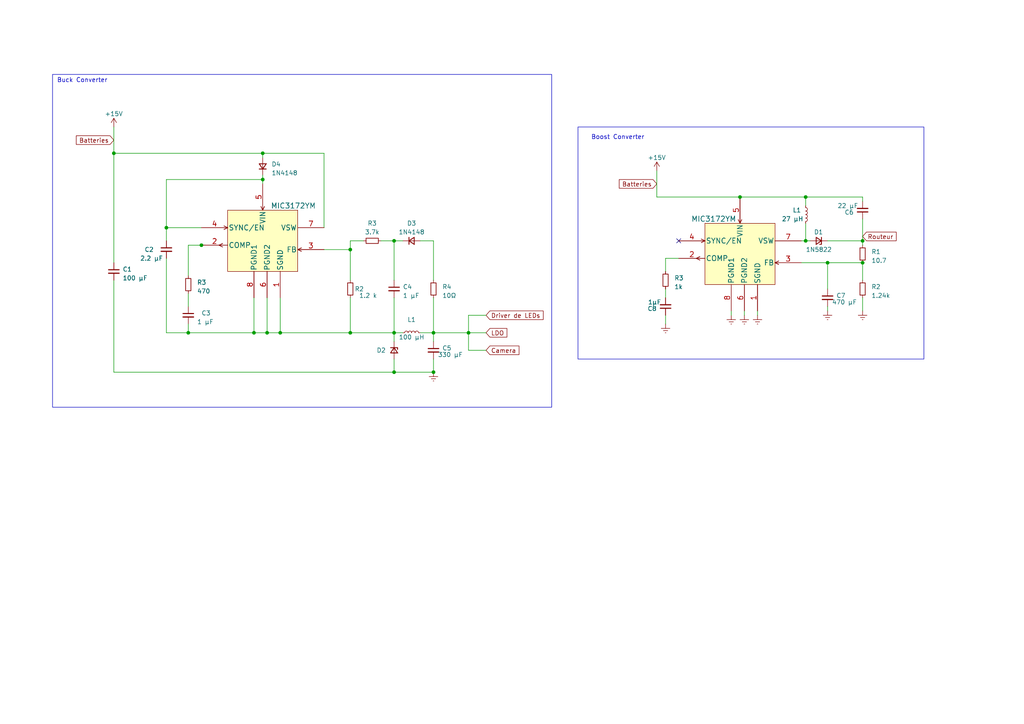
<source format=kicad_sch>
(kicad_sch (version 20230121) (generator eeschema)

  (uuid 9ea535e2-254b-400e-a1b3-21cc38003798)

  (paper "A4")

  (title_block
    (title "alimentation")
  )

  (lib_symbols
    (symbol "Device:C_Small" (pin_numbers hide) (pin_names (offset 0.254) hide) (in_bom yes) (on_board yes)
      (property "Reference" "C" (at 0.254 1.778 0)
        (effects (font (size 1.27 1.27)) (justify left))
      )
      (property "Value" "C_Small" (at 0.254 -2.032 0)
        (effects (font (size 1.27 1.27)) (justify left))
      )
      (property "Footprint" "" (at 0 0 0)
        (effects (font (size 1.27 1.27)) hide)
      )
      (property "Datasheet" "~" (at 0 0 0)
        (effects (font (size 1.27 1.27)) hide)
      )
      (property "ki_keywords" "capacitor cap" (at 0 0 0)
        (effects (font (size 1.27 1.27)) hide)
      )
      (property "ki_description" "Unpolarized capacitor, small symbol" (at 0 0 0)
        (effects (font (size 1.27 1.27)) hide)
      )
      (property "ki_fp_filters" "C_*" (at 0 0 0)
        (effects (font (size 1.27 1.27)) hide)
      )
      (symbol "C_Small_0_1"
        (polyline
          (pts
            (xy -1.524 -0.508)
            (xy 1.524 -0.508)
          )
          (stroke (width 0.3302) (type default))
          (fill (type none))
        )
        (polyline
          (pts
            (xy -1.524 0.508)
            (xy 1.524 0.508)
          )
          (stroke (width 0.3048) (type default))
          (fill (type none))
        )
      )
      (symbol "C_Small_1_1"
        (pin passive line (at 0 2.54 270) (length 2.032)
          (name "~" (effects (font (size 1.27 1.27))))
          (number "1" (effects (font (size 1.27 1.27))))
        )
        (pin passive line (at 0 -2.54 90) (length 2.032)
          (name "~" (effects (font (size 1.27 1.27))))
          (number "2" (effects (font (size 1.27 1.27))))
        )
      )
    )
    (symbol "Device:D_Small" (pin_numbers hide) (pin_names (offset 0.254) hide) (in_bom yes) (on_board yes)
      (property "Reference" "D" (at -1.27 2.032 0)
        (effects (font (size 1.27 1.27)) (justify left))
      )
      (property "Value" "D_Small" (at -3.81 -2.032 0)
        (effects (font (size 1.27 1.27)) (justify left))
      )
      (property "Footprint" "" (at 0 0 90)
        (effects (font (size 1.27 1.27)) hide)
      )
      (property "Datasheet" "~" (at 0 0 90)
        (effects (font (size 1.27 1.27)) hide)
      )
      (property "Sim.Device" "D" (at 0 0 0)
        (effects (font (size 1.27 1.27)) hide)
      )
      (property "Sim.Pins" "1=K 2=A" (at 0 0 0)
        (effects (font (size 1.27 1.27)) hide)
      )
      (property "ki_keywords" "diode" (at 0 0 0)
        (effects (font (size 1.27 1.27)) hide)
      )
      (property "ki_description" "Diode, small symbol" (at 0 0 0)
        (effects (font (size 1.27 1.27)) hide)
      )
      (property "ki_fp_filters" "TO-???* *_Diode_* *SingleDiode* D_*" (at 0 0 0)
        (effects (font (size 1.27 1.27)) hide)
      )
      (symbol "D_Small_0_1"
        (polyline
          (pts
            (xy -0.762 -1.016)
            (xy -0.762 1.016)
          )
          (stroke (width 0.254) (type default))
          (fill (type none))
        )
        (polyline
          (pts
            (xy -0.762 0)
            (xy 0.762 0)
          )
          (stroke (width 0) (type default))
          (fill (type none))
        )
        (polyline
          (pts
            (xy 0.762 -1.016)
            (xy -0.762 0)
            (xy 0.762 1.016)
            (xy 0.762 -1.016)
          )
          (stroke (width 0.254) (type default))
          (fill (type none))
        )
      )
      (symbol "D_Small_1_1"
        (pin passive line (at -2.54 0 0) (length 1.778)
          (name "K" (effects (font (size 1.27 1.27))))
          (number "1" (effects (font (size 1.27 1.27))))
        )
        (pin passive line (at 2.54 0 180) (length 1.778)
          (name "A" (effects (font (size 1.27 1.27))))
          (number "2" (effects (font (size 1.27 1.27))))
        )
      )
    )
    (symbol "Device:D_Zener_Small" (pin_numbers hide) (pin_names (offset 0.254) hide) (in_bom yes) (on_board yes)
      (property "Reference" "D" (at 0 2.286 0)
        (effects (font (size 1.27 1.27)))
      )
      (property "Value" "D_Zener_Small" (at 0 -2.286 0)
        (effects (font (size 1.27 1.27)))
      )
      (property "Footprint" "" (at 0 0 90)
        (effects (font (size 1.27 1.27)) hide)
      )
      (property "Datasheet" "~" (at 0 0 90)
        (effects (font (size 1.27 1.27)) hide)
      )
      (property "ki_keywords" "diode" (at 0 0 0)
        (effects (font (size 1.27 1.27)) hide)
      )
      (property "ki_description" "Zener diode, small symbol" (at 0 0 0)
        (effects (font (size 1.27 1.27)) hide)
      )
      (property "ki_fp_filters" "TO-???* *_Diode_* *SingleDiode* D_*" (at 0 0 0)
        (effects (font (size 1.27 1.27)) hide)
      )
      (symbol "D_Zener_Small_0_1"
        (polyline
          (pts
            (xy 0.762 0)
            (xy -0.762 0)
          )
          (stroke (width 0) (type default))
          (fill (type none))
        )
        (polyline
          (pts
            (xy -0.254 1.016)
            (xy -0.762 1.016)
            (xy -0.762 -1.016)
          )
          (stroke (width 0.254) (type default))
          (fill (type none))
        )
        (polyline
          (pts
            (xy 0.762 1.016)
            (xy -0.762 0)
            (xy 0.762 -1.016)
            (xy 0.762 1.016)
          )
          (stroke (width 0.254) (type default))
          (fill (type none))
        )
      )
      (symbol "D_Zener_Small_1_1"
        (pin passive line (at -2.54 0 0) (length 1.778)
          (name "K" (effects (font (size 1.27 1.27))))
          (number "1" (effects (font (size 1.27 1.27))))
        )
        (pin passive line (at 2.54 0 180) (length 1.778)
          (name "A" (effects (font (size 1.27 1.27))))
          (number "2" (effects (font (size 1.27 1.27))))
        )
      )
    )
    (symbol "Device:L_Small" (pin_numbers hide) (pin_names (offset 0.254) hide) (in_bom yes) (on_board yes)
      (property "Reference" "L" (at 0.762 1.016 0)
        (effects (font (size 1.27 1.27)) (justify left))
      )
      (property "Value" "L_Small" (at 0.762 -1.016 0)
        (effects (font (size 1.27 1.27)) (justify left))
      )
      (property "Footprint" "" (at 0 0 0)
        (effects (font (size 1.27 1.27)) hide)
      )
      (property "Datasheet" "~" (at 0 0 0)
        (effects (font (size 1.27 1.27)) hide)
      )
      (property "ki_keywords" "inductor choke coil reactor magnetic" (at 0 0 0)
        (effects (font (size 1.27 1.27)) hide)
      )
      (property "ki_description" "Inductor, small symbol" (at 0 0 0)
        (effects (font (size 1.27 1.27)) hide)
      )
      (property "ki_fp_filters" "Choke_* *Coil* Inductor_* L_*" (at 0 0 0)
        (effects (font (size 1.27 1.27)) hide)
      )
      (symbol "L_Small_0_1"
        (arc (start 0 -2.032) (mid 0.5058 -1.524) (end 0 -1.016)
          (stroke (width 0) (type default))
          (fill (type none))
        )
        (arc (start 0 -1.016) (mid 0.5058 -0.508) (end 0 0)
          (stroke (width 0) (type default))
          (fill (type none))
        )
        (arc (start 0 0) (mid 0.5058 0.508) (end 0 1.016)
          (stroke (width 0) (type default))
          (fill (type none))
        )
        (arc (start 0 1.016) (mid 0.5058 1.524) (end 0 2.032)
          (stroke (width 0) (type default))
          (fill (type none))
        )
      )
      (symbol "L_Small_1_1"
        (pin passive line (at 0 2.54 270) (length 0.508)
          (name "~" (effects (font (size 1.27 1.27))))
          (number "1" (effects (font (size 1.27 1.27))))
        )
        (pin passive line (at 0 -2.54 90) (length 0.508)
          (name "~" (effects (font (size 1.27 1.27))))
          (number "2" (effects (font (size 1.27 1.27))))
        )
      )
    )
    (symbol "Device:R_Small" (pin_numbers hide) (pin_names (offset 0.254) hide) (in_bom yes) (on_board yes)
      (property "Reference" "R" (at 0.762 0.508 0)
        (effects (font (size 1.27 1.27)) (justify left))
      )
      (property "Value" "R_Small" (at 0.762 -1.016 0)
        (effects (font (size 1.27 1.27)) (justify left))
      )
      (property "Footprint" "" (at 0 0 0)
        (effects (font (size 1.27 1.27)) hide)
      )
      (property "Datasheet" "~" (at 0 0 0)
        (effects (font (size 1.27 1.27)) hide)
      )
      (property "ki_keywords" "R resistor" (at 0 0 0)
        (effects (font (size 1.27 1.27)) hide)
      )
      (property "ki_description" "Resistor, small symbol" (at 0 0 0)
        (effects (font (size 1.27 1.27)) hide)
      )
      (property "ki_fp_filters" "R_*" (at 0 0 0)
        (effects (font (size 1.27 1.27)) hide)
      )
      (symbol "R_Small_0_1"
        (rectangle (start -0.762 1.778) (end 0.762 -1.778)
          (stroke (width 0.2032) (type default))
          (fill (type none))
        )
      )
      (symbol "R_Small_1_1"
        (pin passive line (at 0 2.54 270) (length 0.762)
          (name "~" (effects (font (size 1.27 1.27))))
          (number "1" (effects (font (size 1.27 1.27))))
        )
        (pin passive line (at 0 -2.54 90) (length 0.762)
          (name "~" (effects (font (size 1.27 1.27))))
          (number "2" (effects (font (size 1.27 1.27))))
        )
      )
    )
    (symbol "MIC3172YM_1" (pin_names (offset 0.254)) (in_bom yes) (on_board yes)
      (property "Reference" "U4" (at 62.23 -2.54 0)
        (effects (font (size 1.524 1.524)))
      )
      (property "Value" "MIC3172YM" (at 62.23 -5.08 0)
        (effects (font (size 1.524 1.524)))
      )
      (property "Footprint" "SOIC-8_M_MCL" (at 74.93 2.54 0)
        (effects (font (size 1.524 1.524)) hide)
      )
      (property "Datasheet" "" (at 35.56 -11.43 0)
        (effects (font (size 1.524 1.524)))
      )
      (property "ki_locked" "" (at 0 0 0)
        (effects (font (size 1.27 1.27)))
      )
      (property "ki_fp_filters" "SOIC-8_M_MCL SOIC-8_M_MCL-M SOIC-8_M_MCL-L" (at 0 0 0)
        (effects (font (size 1.27 1.27)) hide)
      )
      (symbol "MIC3172YM_1_1_1"
        (polyline
          (pts
            (xy 40.64 -16.51)
            (xy 41.7068 -17.018)
          )
          (stroke (width 0.2032) (type solid))
          (fill (type none))
        )
        (polyline
          (pts
            (xy 40.64 -16.51)
            (xy 41.7068 -16.002)
          )
          (stroke (width 0.2032) (type solid))
          (fill (type none))
        )
        (polyline
          (pts
            (xy 43.18 -11.43)
            (xy 42.1132 -11.938)
          )
          (stroke (width 0.2032) (type solid))
          (fill (type none))
        )
        (polyline
          (pts
            (xy 43.18 -11.43)
            (xy 42.1132 -10.922)
          )
          (stroke (width 0.2032) (type solid))
          (fill (type none))
        )
        (polyline
          (pts
            (xy 53.34 -6.35)
            (xy 52.832 -5.2832)
          )
          (stroke (width 0.2032) (type solid))
          (fill (type none))
        )
        (polyline
          (pts
            (xy 53.34 -6.35)
            (xy 53.848 -5.2832)
          )
          (stroke (width 0.2032) (type solid))
          (fill (type none))
        )
        (polyline
          (pts
            (xy 63.5 -17.78)
            (xy 64.5668 -18.288)
          )
          (stroke (width 0.2032) (type solid))
          (fill (type none))
        )
        (polyline
          (pts
            (xy 63.5 -17.78)
            (xy 64.5668 -17.272)
          )
          (stroke (width 0.2032) (type solid))
          (fill (type none))
        )
        (rectangle (start 43.18 -6.35) (end 63.5 -24.13)
          (stroke (width 0) (type default))
          (fill (type background))
        )
        (pin power_in line (at 58.42 -31.75 90) (length 7.62)
          (name "SGND" (effects (font (size 1.4986 1.4986))))
          (number "1" (effects (font (size 1.4986 1.4986))))
        )
        (pin output line (at 35.56 -16.51 0) (length 7.62)
          (name "COMP" (effects (font (size 1.4986 1.4986))))
          (number "2" (effects (font (size 1.4986 1.4986))))
        )
        (pin input line (at 71.12 -17.78 180) (length 7.62)
          (name "FB" (effects (font (size 1.4986 1.4986))))
          (number "3" (effects (font (size 1.4986 1.4986))))
        )
        (pin input line (at 35.56 -11.43 0) (length 7.62)
          (name "SYNC/EN" (effects (font (size 1.4986 1.4986))))
          (number "4" (effects (font (size 1.4986 1.4986))))
        )
        (pin input line (at 53.34 1.27 270) (length 7.62)
          (name "VIN" (effects (font (size 1.4986 1.4986))))
          (number "5" (effects (font (size 1.4986 1.4986))))
        )
        (pin power_in line (at 54.61 -31.75 90) (length 7.62)
          (name "PGND2" (effects (font (size 1.4986 1.4986))))
          (number "6" (effects (font (size 1.4986 1.4986))))
        )
        (pin unspecified line (at 71.12 -11.43 180) (length 7.62)
          (name "VSW" (effects (font (size 1.4986 1.4986))))
          (number "7" (effects (font (size 1.4986 1.4986))))
        )
        (pin power_in line (at 50.8 -31.75 90) (length 7.62)
          (name "PGND1" (effects (font (size 1.4986 1.4986))))
          (number "8" (effects (font (size 1.4986 1.4986))))
        )
      )
    )
    (symbol "power:+15V" (power) (pin_names (offset 0)) (in_bom yes) (on_board yes)
      (property "Reference" "#PWR" (at 0 -3.81 0)
        (effects (font (size 1.27 1.27)) hide)
      )
      (property "Value" "+15V" (at 0 3.556 0)
        (effects (font (size 1.27 1.27)))
      )
      (property "Footprint" "" (at 0 0 0)
        (effects (font (size 1.27 1.27)) hide)
      )
      (property "Datasheet" "" (at 0 0 0)
        (effects (font (size 1.27 1.27)) hide)
      )
      (property "ki_keywords" "global power" (at 0 0 0)
        (effects (font (size 1.27 1.27)) hide)
      )
      (property "ki_description" "Power symbol creates a global label with name \"+15V\"" (at 0 0 0)
        (effects (font (size 1.27 1.27)) hide)
      )
      (symbol "+15V_0_1"
        (polyline
          (pts
            (xy -0.762 1.27)
            (xy 0 2.54)
          )
          (stroke (width 0) (type default))
          (fill (type none))
        )
        (polyline
          (pts
            (xy 0 0)
            (xy 0 2.54)
          )
          (stroke (width 0) (type default))
          (fill (type none))
        )
        (polyline
          (pts
            (xy 0 2.54)
            (xy 0.762 1.27)
          )
          (stroke (width 0) (type default))
          (fill (type none))
        )
      )
      (symbol "+15V_1_1"
        (pin power_in line (at 0 0 90) (length 0) hide
          (name "+15V" (effects (font (size 1.27 1.27))))
          (number "1" (effects (font (size 1.27 1.27))))
        )
      )
    )
    (symbol "power:Earth" (power) (pin_names (offset 0)) (in_bom yes) (on_board yes)
      (property "Reference" "#PWR" (at 0 -6.35 0)
        (effects (font (size 1.27 1.27)) hide)
      )
      (property "Value" "Earth" (at 0 -3.81 0)
        (effects (font (size 1.27 1.27)) hide)
      )
      (property "Footprint" "" (at 0 0 0)
        (effects (font (size 1.27 1.27)) hide)
      )
      (property "Datasheet" "~" (at 0 0 0)
        (effects (font (size 1.27 1.27)) hide)
      )
      (property "ki_keywords" "global ground gnd" (at 0 0 0)
        (effects (font (size 1.27 1.27)) hide)
      )
      (property "ki_description" "Power symbol creates a global label with name \"Earth\"" (at 0 0 0)
        (effects (font (size 1.27 1.27)) hide)
      )
      (symbol "Earth_0_1"
        (polyline
          (pts
            (xy -0.635 -1.905)
            (xy 0.635 -1.905)
          )
          (stroke (width 0) (type default))
          (fill (type none))
        )
        (polyline
          (pts
            (xy -0.127 -2.54)
            (xy 0.127 -2.54)
          )
          (stroke (width 0) (type default))
          (fill (type none))
        )
        (polyline
          (pts
            (xy 0 -1.27)
            (xy 0 0)
          )
          (stroke (width 0) (type default))
          (fill (type none))
        )
        (polyline
          (pts
            (xy 1.27 -1.27)
            (xy -1.27 -1.27)
          )
          (stroke (width 0) (type default))
          (fill (type none))
        )
      )
      (symbol "Earth_1_1"
        (pin power_in line (at 0 0 270) (length 0) hide
          (name "Earth" (effects (font (size 1.27 1.27))))
          (number "1" (effects (font (size 1.27 1.27))))
        )
      )
    )
  )


  (junction (at 233.68 69.85) (diameter 0) (color 0 0 0 0)
    (uuid 0f8068e6-9c0b-444e-8300-daad77d32a58)
  )
  (junction (at 114.3 69.85) (diameter 0) (color 0 0 0 0)
    (uuid 1bfb1242-be74-4c96-b735-8c3384e90120)
  )
  (junction (at 240.03 76.2) (diameter 0) (color 0 0 0 0)
    (uuid 1de33092-8e3c-4810-80ff-34e3a5477090)
  )
  (junction (at 114.3 107.95) (diameter 0) (color 0 0 0 0)
    (uuid 32196537-ac65-453e-a23b-8e97dfbfcfa4)
  )
  (junction (at 73.66 96.52) (diameter 0) (color 0 0 0 0)
    (uuid 3c5accc5-fe9b-4128-8b22-11f2d31acba1)
  )
  (junction (at 76.2 52.07) (diameter 0) (color 0 0 0 0)
    (uuid 3fd04610-1c2c-4881-8af0-f7df38995171)
  )
  (junction (at 58.42 71.12) (diameter 0) (color 0 0 0 0)
    (uuid 506ac6bb-5398-477d-998d-62c2a53ce815)
  )
  (junction (at 250.19 76.2) (diameter 0) (color 0 0 0 0)
    (uuid 627ac332-dbef-4c5b-aaf0-0fa4d88cec76)
  )
  (junction (at 233.68 57.15) (diameter 0) (color 0 0 0 0)
    (uuid 6380e2df-d49c-4084-912f-5cb6c0f91ec9)
  )
  (junction (at 250.19 69.85) (diameter 0) (color 0 0 0 0)
    (uuid 6e79aacb-5d08-4aeb-9064-b56c4533bb7d)
  )
  (junction (at 114.3 96.52) (diameter 0) (color 0 0 0 0)
    (uuid 710c7ca5-a660-40a3-9962-67697027dfca)
  )
  (junction (at 81.28 96.52) (diameter 0) (color 0 0 0 0)
    (uuid 7183d294-a3eb-42e8-a80e-18de020676c5)
  )
  (junction (at 54.61 96.52) (diameter 0) (color 0 0 0 0)
    (uuid 79a7ca4c-df9f-4825-bf50-889a864e9be8)
  )
  (junction (at 135.89 96.52) (diameter 0) (color 0 0 0 0)
    (uuid 79dd9eff-6c7d-4bd9-aec7-0bc6d79bd80e)
  )
  (junction (at 214.63 57.15) (diameter 0) (color 0 0 0 0)
    (uuid 801d62ae-1a22-4747-8042-ffce80e9e472)
  )
  (junction (at 33.02 44.45) (diameter 0) (color 0 0 0 0)
    (uuid 82388d86-c4da-48bd-9a26-f26580db9d7d)
  )
  (junction (at 101.6 96.52) (diameter 0) (color 0 0 0 0)
    (uuid 86ea5597-34d0-4b87-834a-4b9214390003)
  )
  (junction (at 77.47 96.52) (diameter 0) (color 0 0 0 0)
    (uuid a9e99d7a-ede1-4217-9ea1-cf0c3dd4c68a)
  )
  (junction (at 76.2 44.45) (diameter 0) (color 0 0 0 0)
    (uuid b873e2cb-eca2-4d86-9237-5dc6f23f4b60)
  )
  (junction (at 125.73 96.52) (diameter 0) (color 0 0 0 0)
    (uuid c66d185c-fa2d-46b6-afd0-b3fe7105dddd)
  )
  (junction (at 101.6 72.39) (diameter 0) (color 0 0 0 0)
    (uuid cc8a4c86-b358-49f5-bf34-5d8efa72292d)
  )
  (junction (at 48.26 66.04) (diameter 0) (color 0 0 0 0)
    (uuid d8ca0d79-9df8-4a6b-a08d-c63edc6119dd)
  )
  (junction (at 125.73 107.95) (diameter 0) (color 0 0 0 0)
    (uuid f5dd8825-5584-4ef4-8600-e191d16b5a53)
  )

  (no_connect (at 196.85 69.85) (uuid 056348f4-a1c4-489d-b3ec-54f251d9ccd0))

  (wire (pts (xy 190.5 49.53) (xy 190.5 57.15))
    (stroke (width 0) (type default))
    (uuid 059ebc4a-27e7-4ed4-a858-ec41a1b226b2)
  )
  (wire (pts (xy 93.98 72.39) (xy 101.6 72.39))
    (stroke (width 0) (type default))
    (uuid 096709a9-5585-44fd-9cfe-679584c3955a)
  )
  (wire (pts (xy 250.19 86.36) (xy 250.19 90.17))
    (stroke (width 0) (type default))
    (uuid 0aa728c8-8aa8-484f-b3e2-76779b75bf2b)
  )
  (wire (pts (xy 101.6 96.52) (xy 114.3 96.52))
    (stroke (width 0) (type default))
    (uuid 0c0b3098-fc43-483a-acdd-e576dc8d4aa7)
  )
  (wire (pts (xy 233.68 57.15) (xy 233.68 59.69))
    (stroke (width 0) (type default))
    (uuid 0e781f2c-fdb6-4409-9972-21784eae89dc)
  )
  (wire (pts (xy 135.89 91.44) (xy 140.97 91.44))
    (stroke (width 0) (type default))
    (uuid 0f6fc9f2-e51c-4230-b1b9-a90e4a991148)
  )
  (wire (pts (xy 135.89 101.6) (xy 140.97 101.6))
    (stroke (width 0) (type default))
    (uuid 12e801aa-85c8-4782-8d5d-a5ae1431b7d5)
  )
  (wire (pts (xy 58.42 71.12) (xy 54.61 71.12))
    (stroke (width 0) (type default))
    (uuid 16c74b54-effa-4fea-a267-cc29def316a3)
  )
  (wire (pts (xy 135.89 96.52) (xy 135.89 91.44))
    (stroke (width 0) (type default))
    (uuid 1a67cd7a-4109-4758-bc0b-c91ad8833655)
  )
  (wire (pts (xy 101.6 69.85) (xy 105.41 69.85))
    (stroke (width 0) (type default))
    (uuid 2544b0fa-e2ef-4e54-9f9a-b409d3fcfbf5)
  )
  (wire (pts (xy 33.02 44.45) (xy 33.02 36.83))
    (stroke (width 0) (type default))
    (uuid 262f9ae7-1c8e-489e-8b98-59cd44d59b1d)
  )
  (wire (pts (xy 240.03 76.2) (xy 250.19 76.2))
    (stroke (width 0) (type default))
    (uuid 280ab4f0-830d-4d5d-9ccb-27a598de4fb7)
  )
  (wire (pts (xy 193.04 91.44) (xy 193.04 93.98))
    (stroke (width 0) (type default))
    (uuid 31127b26-b825-4e05-a1b3-149ec8dcbb4b)
  )
  (wire (pts (xy 81.28 86.36) (xy 81.28 96.52))
    (stroke (width 0) (type default))
    (uuid 330efbc8-fd8e-4345-80f7-aeec379e5622)
  )
  (wire (pts (xy 59.69 71.12) (xy 58.42 71.12))
    (stroke (width 0) (type default))
    (uuid 365dca08-b65a-4560-88eb-9d8573ac290b)
  )
  (wire (pts (xy 250.19 63.5) (xy 250.19 69.85))
    (stroke (width 0) (type default))
    (uuid 36e10dc3-c03a-4a30-9526-dce59a9378e7)
  )
  (wire (pts (xy 76.2 50.8) (xy 76.2 52.07))
    (stroke (width 0) (type default))
    (uuid 3aacd2b2-7432-4623-b020-dfe6e7f2326a)
  )
  (wire (pts (xy 121.92 69.85) (xy 125.73 69.85))
    (stroke (width 0) (type default))
    (uuid 41397bbe-bda2-44f6-a563-335f6b7309ae)
  )
  (wire (pts (xy 77.47 96.52) (xy 81.28 96.52))
    (stroke (width 0) (type default))
    (uuid 428e5168-72af-4797-9ceb-3a8de0cfd659)
  )
  (wire (pts (xy 93.98 66.04) (xy 93.98 44.45))
    (stroke (width 0) (type default))
    (uuid 475d4cd0-9890-4dfd-90d5-d1876230d653)
  )
  (wire (pts (xy 77.47 86.36) (xy 77.47 96.52))
    (stroke (width 0) (type default))
    (uuid 48c691f7-c8b2-461d-8dd4-1f7f92de9b74)
  )
  (wire (pts (xy 48.26 74.93) (xy 48.26 96.52))
    (stroke (width 0) (type default))
    (uuid 4a841721-234b-4ac5-923d-60de0ca261f3)
  )
  (wire (pts (xy 232.41 69.85) (xy 233.68 69.85))
    (stroke (width 0) (type default))
    (uuid 4c097fcb-b13d-4e94-a9c5-ca217e3aa1e3)
  )
  (wire (pts (xy 101.6 72.39) (xy 101.6 81.28))
    (stroke (width 0) (type default))
    (uuid 50793240-0d76-4cd5-b59f-bd1d5e4be01c)
  )
  (wire (pts (xy 114.3 104.14) (xy 114.3 107.95))
    (stroke (width 0) (type default))
    (uuid 59be9533-22dd-4338-aa4e-212dd8c05796)
  )
  (wire (pts (xy 54.61 93.98) (xy 54.61 96.52))
    (stroke (width 0) (type default))
    (uuid 5b7e3f86-1ab8-40c1-a85c-2e5e5710fa32)
  )
  (wire (pts (xy 114.3 69.85) (xy 114.3 81.28))
    (stroke (width 0) (type default))
    (uuid 5c311c6f-5764-4dcb-9a11-87b89bea3065)
  )
  (wire (pts (xy 93.98 44.45) (xy 76.2 44.45))
    (stroke (width 0) (type default))
    (uuid 5db125a8-cb0a-462e-bc13-c7018c4b1084)
  )
  (wire (pts (xy 48.26 66.04) (xy 48.26 52.07))
    (stroke (width 0) (type default))
    (uuid 5e4d5fdf-1b06-40e7-af0c-57af1463bd6e)
  )
  (wire (pts (xy 114.3 107.95) (xy 125.73 107.95))
    (stroke (width 0) (type default))
    (uuid 609b5301-6bfd-4999-8d14-06533416e9e8)
  )
  (wire (pts (xy 48.26 66.04) (xy 58.42 66.04))
    (stroke (width 0) (type default))
    (uuid 65046608-574f-4943-8820-7f9a468cdb84)
  )
  (wire (pts (xy 125.73 69.85) (xy 125.73 81.28))
    (stroke (width 0) (type default))
    (uuid 6713fc8a-12ef-4065-9929-e2b9f1a4cb16)
  )
  (wire (pts (xy 121.92 96.52) (xy 125.73 96.52))
    (stroke (width 0) (type default))
    (uuid 67db4114-e49f-4d5d-806f-1afef9fff9db)
  )
  (wire (pts (xy 54.61 85.09) (xy 54.61 88.9))
    (stroke (width 0) (type default))
    (uuid 6f222eff-e620-4cef-889e-e9047900109d)
  )
  (wire (pts (xy 54.61 96.52) (xy 73.66 96.52))
    (stroke (width 0) (type default))
    (uuid 75ca2582-002c-404f-b4af-ad845a35d47e)
  )
  (wire (pts (xy 214.63 57.15) (xy 233.68 57.15))
    (stroke (width 0) (type default))
    (uuid 777b0fb9-0c5d-42ae-b5dc-cf64fecadd4b)
  )
  (wire (pts (xy 114.3 96.52) (xy 114.3 99.06))
    (stroke (width 0) (type default))
    (uuid 7b8caffa-057b-4a41-bbc3-9581d9f21a14)
  )
  (wire (pts (xy 114.3 86.36) (xy 114.3 96.52))
    (stroke (width 0) (type default))
    (uuid 7bd8f25c-5130-47bb-b097-b7e57de1ffad)
  )
  (wire (pts (xy 114.3 96.52) (xy 116.84 96.52))
    (stroke (width 0) (type default))
    (uuid 7d78ced5-b3cb-4762-b05f-3334d8ece6e8)
  )
  (wire (pts (xy 240.03 83.82) (xy 240.03 76.2))
    (stroke (width 0) (type default))
    (uuid 7f145c35-1bca-4894-99c7-b348e6fc766b)
  )
  (wire (pts (xy 233.68 69.85) (xy 234.95 69.85))
    (stroke (width 0) (type default))
    (uuid 82f4ea2a-1a20-4329-9d34-79cfa09375bf)
  )
  (wire (pts (xy 193.04 74.93) (xy 193.04 78.74))
    (stroke (width 0) (type default))
    (uuid 86b41e3b-2aee-4c3d-9cd2-1ecdf669933b)
  )
  (wire (pts (xy 219.71 90.17) (xy 219.71 91.44))
    (stroke (width 0) (type default))
    (uuid 86ca1d4d-5367-49e9-923c-661cc48019cd)
  )
  (wire (pts (xy 250.19 71.12) (xy 250.19 69.85))
    (stroke (width 0) (type default))
    (uuid 899fa194-e20d-4be5-98f8-a9f3acdde6af)
  )
  (wire (pts (xy 212.09 90.17) (xy 212.09 91.44))
    (stroke (width 0) (type default))
    (uuid 8ac10adb-9bda-4a49-aad5-56b08e5329aa)
  )
  (wire (pts (xy 250.19 69.85) (xy 240.03 69.85))
    (stroke (width 0) (type default))
    (uuid 8b501aff-4e6a-44e3-b965-b69eb902ee25)
  )
  (wire (pts (xy 114.3 69.85) (xy 116.84 69.85))
    (stroke (width 0) (type default))
    (uuid 92da8b6d-f7a6-4108-8937-f112536056ba)
  )
  (wire (pts (xy 125.73 104.14) (xy 125.73 107.95))
    (stroke (width 0) (type default))
    (uuid 93b52303-299c-4cdd-9080-5666319f7eb3)
  )
  (wire (pts (xy 135.89 96.52) (xy 140.97 96.52))
    (stroke (width 0) (type default))
    (uuid 995de764-10b8-428d-aab3-c956c2e46575)
  )
  (wire (pts (xy 233.68 57.15) (xy 250.19 57.15))
    (stroke (width 0) (type default))
    (uuid 9de8557a-8f5e-4ed1-98ec-c7034ec05b25)
  )
  (wire (pts (xy 101.6 86.36) (xy 101.6 96.52))
    (stroke (width 0) (type default))
    (uuid 9ec58e78-92ec-44d0-beac-37c82a883135)
  )
  (wire (pts (xy 73.66 86.36) (xy 73.66 96.52))
    (stroke (width 0) (type default))
    (uuid a0007ab5-4a58-440c-bc49-3f1a6d18b7d2)
  )
  (wire (pts (xy 135.89 96.52) (xy 135.89 101.6))
    (stroke (width 0) (type default))
    (uuid ae806241-dc2f-4457-854b-efad979ab8c8)
  )
  (wire (pts (xy 48.26 69.85) (xy 48.26 66.04))
    (stroke (width 0) (type default))
    (uuid ae865fff-48e8-4e0b-8986-e4ef9faf9fe1)
  )
  (wire (pts (xy 48.26 52.07) (xy 76.2 52.07))
    (stroke (width 0) (type default))
    (uuid b0e646ad-29f6-4210-9864-ce4cd2019b09)
  )
  (wire (pts (xy 48.26 96.52) (xy 54.61 96.52))
    (stroke (width 0) (type default))
    (uuid b5254d7b-70d5-4554-bbec-92ae2906831b)
  )
  (wire (pts (xy 125.73 96.52) (xy 135.89 96.52))
    (stroke (width 0) (type default))
    (uuid b87cdb0b-cccf-484c-a525-8582197fd3fb)
  )
  (wire (pts (xy 73.66 96.52) (xy 77.47 96.52))
    (stroke (width 0) (type default))
    (uuid b931ddc7-c28a-44d7-bee6-df032bc64926)
  )
  (wire (pts (xy 193.04 83.82) (xy 193.04 86.36))
    (stroke (width 0) (type default))
    (uuid bcff234e-a458-4061-bdbf-d9d55be5fcbe)
  )
  (wire (pts (xy 193.04 74.93) (xy 196.85 74.93))
    (stroke (width 0) (type default))
    (uuid c08c3e8a-f5a6-4c75-bf9d-1d87aa1dc495)
  )
  (wire (pts (xy 250.19 76.2) (xy 250.19 81.28))
    (stroke (width 0) (type default))
    (uuid c4e243dd-80ec-4739-ad7b-bae7662960ad)
  )
  (wire (pts (xy 81.28 96.52) (xy 101.6 96.52))
    (stroke (width 0) (type default))
    (uuid c6642297-026c-4382-9584-7749bb092c79)
  )
  (wire (pts (xy 33.02 81.28) (xy 33.02 107.95))
    (stroke (width 0) (type default))
    (uuid c9866cbf-0839-43b6-895b-6336c5d6cda9)
  )
  (wire (pts (xy 33.02 44.45) (xy 76.2 44.45))
    (stroke (width 0) (type default))
    (uuid c9e04592-d52f-4470-b47d-ef9cb4f242bc)
  )
  (wire (pts (xy 125.73 96.52) (xy 125.73 99.06))
    (stroke (width 0) (type default))
    (uuid cf323425-d16c-47bb-86e4-84d0eef0f6b9)
  )
  (wire (pts (xy 76.2 52.07) (xy 76.2 53.34))
    (stroke (width 0) (type default))
    (uuid d2582076-ac4a-430e-9220-7f77276e13fd)
  )
  (wire (pts (xy 250.19 57.15) (xy 250.19 58.42))
    (stroke (width 0) (type default))
    (uuid da7bcd88-f1e1-46a9-a4f7-e862accbe9f7)
  )
  (wire (pts (xy 232.41 76.2) (xy 240.03 76.2))
    (stroke (width 0) (type default))
    (uuid e37201df-c452-44e9-92a7-cb64c0767e16)
  )
  (wire (pts (xy 76.2 44.45) (xy 76.2 45.72))
    (stroke (width 0) (type default))
    (uuid ea3c8c51-46f2-4f91-9c1c-5bb1a20be111)
  )
  (wire (pts (xy 125.73 86.36) (xy 125.73 96.52))
    (stroke (width 0) (type default))
    (uuid ea580fd9-85d3-4f93-810c-b9100fdd326f)
  )
  (wire (pts (xy 190.5 57.15) (xy 214.63 57.15))
    (stroke (width 0) (type default))
    (uuid eb606734-663f-42ca-8627-658f86666a67)
  )
  (wire (pts (xy 33.02 107.95) (xy 114.3 107.95))
    (stroke (width 0) (type default))
    (uuid edad48e7-e3f7-4eec-9bc9-6704335ecb07)
  )
  (wire (pts (xy 110.49 69.85) (xy 114.3 69.85))
    (stroke (width 0) (type default))
    (uuid eff5bbaa-327e-4714-a6dd-fcc0c01651e2)
  )
  (wire (pts (xy 233.68 64.77) (xy 233.68 69.85))
    (stroke (width 0) (type default))
    (uuid f12b304d-651d-4405-b992-6d80a7d3cfae)
  )
  (wire (pts (xy 101.6 69.85) (xy 101.6 72.39))
    (stroke (width 0) (type default))
    (uuid f358f29d-056c-4368-935e-7e7add9f0784)
  )
  (wire (pts (xy 54.61 71.12) (xy 54.61 80.01))
    (stroke (width 0) (type default))
    (uuid f753ddfa-3d97-4175-b4dc-4f07cde2bb1f)
  )
  (wire (pts (xy 33.02 44.45) (xy 33.02 76.2))
    (stroke (width 0) (type default))
    (uuid fc0866c8-873c-4ba4-83dd-973304b5b83e)
  )
  (wire (pts (xy 215.9 90.17) (xy 215.9 91.44))
    (stroke (width 0) (type default))
    (uuid fc22a4d7-40f7-450c-b4e2-7603275fc33f)
  )
  (wire (pts (xy 240.03 88.9) (xy 240.03 90.17))
    (stroke (width 0) (type default))
    (uuid ffba565b-b3c1-4565-8b6f-3e5535cd3498)
  )

  (rectangle (start 167.64 36.83) (end 267.97 104.14)
    (stroke (width 0) (type default))
    (fill (type none))
    (uuid 173f3bef-6687-4ad1-92c7-ef9c94fb9c45)
  )
  (rectangle (start 15.24 21.59) (end 160.02 118.11)
    (stroke (width 0) (type default))
    (fill (type none))
    (uuid 1d801165-0fe4-444c-9c11-4fe9bbd3ede8)
  )

  (text "Buck Converter\n" (at 16.51 24.13 0)
    (effects (font (size 1.27 1.27)) (justify left bottom))
    (uuid 28eb78bb-2977-431d-acf7-801e8cbbd5bc)
  )
  (text "Boost Converter\n" (at 171.45 40.64 0)
    (effects (font (size 1.27 1.27)) (justify left bottom))
    (uuid 2ed4feaf-a3fe-4368-9a9a-5204a29bbf99)
  )

  (global_label "LDO" (shape input) (at 140.97 96.52 0) (fields_autoplaced)
    (effects (font (size 1.27 1.27)) (justify left))
    (uuid 279d7049-7f5c-4ec8-b7eb-4d86208dfec9)
    (property "Intersheetrefs" "${INTERSHEET_REFS}" (at 147.5044 96.52 0)
      (effects (font (size 1.27 1.27)) (justify left) hide)
    )
  )
  (global_label "Driver de LEDs" (shape input) (at 140.97 91.44 0) (fields_autoplaced)
    (effects (font (size 1.27 1.27)) (justify left))
    (uuid 6754353a-e3a3-4efe-9eef-f4353f77863f)
    (property "Intersheetrefs" "${INTERSHEET_REFS}" (at 157.616 91.44 0)
      (effects (font (size 1.27 1.27)) (justify left) hide)
    )
  )
  (global_label "Routeur" (shape input) (at 250.19 68.58 0) (fields_autoplaced)
    (effects (font (size 1.27 1.27)) (justify left))
    (uuid 71bb7961-f2aa-4376-b6e0-17c943f54577)
    (property "Intersheetrefs" "${INTERSHEET_REFS}" (at 260.4133 68.58 0)
      (effects (font (size 1.27 1.27)) (justify left) hide)
    )
  )
  (global_label "Batteries" (shape input) (at 190.5 53.34 180) (fields_autoplaced)
    (effects (font (size 1.27 1.27)) (justify right))
    (uuid 83f97465-cb0e-4479-b628-b7620dbfd0ec)
    (property "Intersheetrefs" "${INTERSHEET_REFS}" (at 179.1275 53.34 0)
      (effects (font (size 1.27 1.27)) (justify right) hide)
    )
  )
  (global_label "Camera" (shape input) (at 140.97 101.6 0) (fields_autoplaced)
    (effects (font (size 1.27 1.27)) (justify left))
    (uuid 9daa89db-31d5-4ba3-862a-55ed433c5c1d)
    (property "Intersheetrefs" "${INTERSHEET_REFS}" (at 151.0119 101.6 0)
      (effects (font (size 1.27 1.27)) (justify left) hide)
    )
  )
  (global_label "Batteries" (shape input) (at 33.02 40.64 180) (fields_autoplaced)
    (effects (font (size 1.27 1.27)) (justify right))
    (uuid bb9cddb1-41da-461d-8da1-aafa45f7ab78)
    (property "Intersheetrefs" "${INTERSHEET_REFS}" (at 21.6475 39.37 0)
      (effects (font (size 1.27 1.27)) (justify right) hide)
    )
  )

  (symbol (lib_id "power:Earth") (at 219.71 91.44 0) (unit 1)
    (in_bom yes) (on_board yes) (dnp no) (fields_autoplaced)
    (uuid 02303dea-206f-42b2-b85d-0b1990c19aa1)
    (property "Reference" "#PWR06" (at 219.71 97.79 0)
      (effects (font (size 1.27 1.27)) hide)
    )
    (property "Value" "Earth" (at 219.71 95.25 0)
      (effects (font (size 1.27 1.27)) hide)
    )
    (property "Footprint" "" (at 219.71 91.44 0)
      (effects (font (size 1.27 1.27)) hide)
    )
    (property "Datasheet" "~" (at 219.71 91.44 0)
      (effects (font (size 1.27 1.27)) hide)
    )
    (pin "1" (uuid ebc3593b-de8a-4adc-b7e1-55f9e855e63d))
    (instances
      (project "alim"
        (path "/9ea535e2-254b-400e-a1b3-21cc38003798"
          (reference "#PWR06") (unit 1)
        )
      )
    )
  )

  (symbol (lib_id "Device:R_Small") (at 193.04 81.28 0) (unit 1)
    (in_bom yes) (on_board yes) (dnp no) (fields_autoplaced)
    (uuid 0ca43711-3692-40ae-b4b8-50d5c1bc8a92)
    (property "Reference" "R3" (at 195.58 80.645 0)
      (effects (font (size 1.27 1.27)) (justify left))
    )
    (property "Value" "1k" (at 195.58 83.185 0)
      (effects (font (size 1.27 1.27)) (justify left))
    )
    (property "Footprint" "" (at 193.04 81.28 0)
      (effects (font (size 1.27 1.27)) hide)
    )
    (property "Datasheet" "~" (at 193.04 81.28 0)
      (effects (font (size 1.27 1.27)) hide)
    )
    (pin "1" (uuid 7592bfbd-0911-4273-8d97-44e5eef530f0))
    (pin "2" (uuid 088e33b2-8c0c-44f5-b5de-fa8481ce0ffc))
    (instances
      (project "alim"
        (path "/9ea535e2-254b-400e-a1b3-21cc38003798"
          (reference "R3") (unit 1)
        )
      )
    )
  )

  (symbol (lib_id "power:Earth") (at 212.09 91.44 0) (unit 1)
    (in_bom yes) (on_board yes) (dnp no) (fields_autoplaced)
    (uuid 11782fcf-df26-4eb4-8e5c-fe6c960ff8e3)
    (property "Reference" "#PWR04" (at 212.09 97.79 0)
      (effects (font (size 1.27 1.27)) hide)
    )
    (property "Value" "Earth" (at 212.09 95.25 0)
      (effects (font (size 1.27 1.27)) hide)
    )
    (property "Footprint" "" (at 212.09 91.44 0)
      (effects (font (size 1.27 1.27)) hide)
    )
    (property "Datasheet" "~" (at 212.09 91.44 0)
      (effects (font (size 1.27 1.27)) hide)
    )
    (pin "1" (uuid 31f0f2e0-8b7d-4456-9065-af05634e15f7))
    (instances
      (project "alim"
        (path "/9ea535e2-254b-400e-a1b3-21cc38003798"
          (reference "#PWR04") (unit 1)
        )
      )
    )
  )

  (symbol (lib_id "power:Earth") (at 215.9 91.44 0) (unit 1)
    (in_bom yes) (on_board yes) (dnp no) (fields_autoplaced)
    (uuid 1feaeeab-f928-4962-8cf5-6c1bfea53dbb)
    (property "Reference" "#PWR05" (at 215.9 97.79 0)
      (effects (font (size 1.27 1.27)) hide)
    )
    (property "Value" "Earth" (at 215.9 95.25 0)
      (effects (font (size 1.27 1.27)) hide)
    )
    (property "Footprint" "" (at 215.9 91.44 0)
      (effects (font (size 1.27 1.27)) hide)
    )
    (property "Datasheet" "~" (at 215.9 91.44 0)
      (effects (font (size 1.27 1.27)) hide)
    )
    (pin "1" (uuid 11f309c5-e664-437c-a486-d8af88fdbe51))
    (instances
      (project "alim"
        (path "/9ea535e2-254b-400e-a1b3-21cc38003798"
          (reference "#PWR05") (unit 1)
        )
      )
    )
  )

  (symbol (lib_id "Device:C_Small") (at 114.3 83.82 0) (unit 1)
    (in_bom yes) (on_board yes) (dnp no) (fields_autoplaced)
    (uuid 2581f56a-8797-4f48-80d9-966315f870ee)
    (property "Reference" "C4" (at 116.84 83.1913 0)
      (effects (font (size 1.27 1.27)) (justify left))
    )
    (property "Value" "1 µF" (at 116.84 85.7313 0)
      (effects (font (size 1.27 1.27)) (justify left))
    )
    (property "Footprint" "" (at 114.3 83.82 0)
      (effects (font (size 1.27 1.27)) hide)
    )
    (property "Datasheet" "~" (at 114.3 83.82 0)
      (effects (font (size 1.27 1.27)) hide)
    )
    (pin "1" (uuid 75af426a-c619-40dd-925b-45f39e2ddc55))
    (pin "2" (uuid 446db57a-18b0-44f0-8d66-6356af5afdab))
    (instances
      (project "alim"
        (path "/9ea535e2-254b-400e-a1b3-21cc38003798"
          (reference "C4") (unit 1)
        )
      )
    )
  )

  (symbol (lib_id "Device:D_Small") (at 119.38 69.85 0) (unit 1)
    (in_bom yes) (on_board yes) (dnp no) (fields_autoplaced)
    (uuid 2697e721-8558-451b-9ee2-e0bf4b4916ee)
    (property "Reference" "D3" (at 119.38 64.77 0)
      (effects (font (size 1.27 1.27)))
    )
    (property "Value" "1N4148" (at 119.38 67.31 0)
      (effects (font (size 1.27 1.27)))
    )
    (property "Footprint" "" (at 119.38 69.85 90)
      (effects (font (size 1.27 1.27)) hide)
    )
    (property "Datasheet" "~" (at 119.38 69.85 90)
      (effects (font (size 1.27 1.27)) hide)
    )
    (property "Sim.Device" "D" (at 119.38 69.85 0)
      (effects (font (size 1.27 1.27)) hide)
    )
    (property "Sim.Pins" "1=K 2=A" (at 119.38 69.85 0)
      (effects (font (size 1.27 1.27)) hide)
    )
    (pin "1" (uuid d3978a20-f7fc-48cd-87db-527291372d01))
    (pin "2" (uuid 0629d31d-860f-442a-a3dc-c642d0384ac8))
    (instances
      (project "alim"
        (path "/9ea535e2-254b-400e-a1b3-21cc38003798"
          (reference "D3") (unit 1)
        )
      )
    )
  )

  (symbol (lib_id "power:Earth") (at 250.19 90.17 0) (unit 1)
    (in_bom yes) (on_board yes) (dnp no) (fields_autoplaced)
    (uuid 26ef04f9-7609-4bb5-abe4-6518fee0a90f)
    (property "Reference" "#PWR011" (at 250.19 96.52 0)
      (effects (font (size 1.27 1.27)) hide)
    )
    (property "Value" "Earth" (at 250.19 93.98 0)
      (effects (font (size 1.27 1.27)) hide)
    )
    (property "Footprint" "" (at 250.19 90.17 0)
      (effects (font (size 1.27 1.27)) hide)
    )
    (property "Datasheet" "~" (at 250.19 90.17 0)
      (effects (font (size 1.27 1.27)) hide)
    )
    (pin "1" (uuid fb9357b6-4390-4124-860a-add8f4638b84))
    (instances
      (project "alim"
        (path "/9ea535e2-254b-400e-a1b3-21cc38003798"
          (reference "#PWR011") (unit 1)
        )
      )
    )
  )

  (symbol (lib_id "Device:C_Small") (at 54.61 91.44 0) (unit 1)
    (in_bom yes) (on_board yes) (dnp no)
    (uuid 3042b6ab-5786-4d42-96db-a85b9bc06bc6)
    (property "Reference" "C3" (at 58.42 90.8113 0)
      (effects (font (size 1.27 1.27)) (justify left))
    )
    (property "Value" "1 µF" (at 57.15 93.3513 0)
      (effects (font (size 1.27 1.27)) (justify left))
    )
    (property "Footprint" "" (at 54.61 91.44 0)
      (effects (font (size 1.27 1.27)) hide)
    )
    (property "Datasheet" "~" (at 54.61 91.44 0)
      (effects (font (size 1.27 1.27)) hide)
    )
    (pin "1" (uuid 4d99326a-c851-404b-9508-2f1ed36e2cce))
    (pin "2" (uuid a6fdff95-7da7-470c-b30b-85175b76735b))
    (instances
      (project "alim"
        (path "/9ea535e2-254b-400e-a1b3-21cc38003798"
          (reference "C3") (unit 1)
        )
      )
    )
  )

  (symbol (lib_id "power:Earth") (at 240.03 90.17 0) (unit 1)
    (in_bom yes) (on_board yes) (dnp no) (fields_autoplaced)
    (uuid 3f8789fd-0b0b-476e-b6da-794b49a70196)
    (property "Reference" "#PWR08" (at 240.03 96.52 0)
      (effects (font (size 1.27 1.27)) hide)
    )
    (property "Value" "Earth" (at 240.03 93.98 0)
      (effects (font (size 1.27 1.27)) hide)
    )
    (property "Footprint" "" (at 240.03 90.17 0)
      (effects (font (size 1.27 1.27)) hide)
    )
    (property "Datasheet" "~" (at 240.03 90.17 0)
      (effects (font (size 1.27 1.27)) hide)
    )
    (pin "1" (uuid ee73103f-2112-4501-b979-f859dce333ab))
    (instances
      (project "alim"
        (path "/9ea535e2-254b-400e-a1b3-21cc38003798"
          (reference "#PWR08") (unit 1)
        )
      )
    )
  )

  (symbol (lib_id "power:+15V") (at 190.5 49.53 0) (unit 1)
    (in_bom yes) (on_board yes) (dnp no) (fields_autoplaced)
    (uuid 424471ae-a19f-4354-b498-d1dd1cde7f98)
    (property "Reference" "#PWR03" (at 190.5 53.34 0)
      (effects (font (size 1.27 1.27)) hide)
    )
    (property "Value" "+15V" (at 190.5 45.72 0)
      (effects (font (size 1.27 1.27)))
    )
    (property "Footprint" "" (at 190.5 49.53 0)
      (effects (font (size 1.27 1.27)) hide)
    )
    (property "Datasheet" "" (at 190.5 49.53 0)
      (effects (font (size 1.27 1.27)) hide)
    )
    (pin "1" (uuid 63fcc24e-19a6-43cb-9916-a76616f3a59e))
    (instances
      (project "alim"
        (path "/9ea535e2-254b-400e-a1b3-21cc38003798"
          (reference "#PWR03") (unit 1)
        )
      )
    )
  )

  (symbol (lib_id "Device:R_Small") (at 54.61 82.55 0) (unit 1)
    (in_bom yes) (on_board yes) (dnp no) (fields_autoplaced)
    (uuid 4b0d56c5-084c-401c-ade6-132d7803ae85)
    (property "Reference" "R3" (at 57.15 81.915 0)
      (effects (font (size 1.27 1.27)) (justify left))
    )
    (property "Value" "470" (at 57.15 84.455 0)
      (effects (font (size 1.27 1.27)) (justify left))
    )
    (property "Footprint" "" (at 54.61 82.55 0)
      (effects (font (size 1.27 1.27)) hide)
    )
    (property "Datasheet" "~" (at 54.61 82.55 0)
      (effects (font (size 1.27 1.27)) hide)
    )
    (pin "1" (uuid ce856f2b-e85f-4ca6-bf6c-620b56dfb39a))
    (pin "2" (uuid 87ef5ce7-9bbc-4874-bb99-811a3e552bcf))
    (instances
      (project "alim"
        (path "/9ea535e2-254b-400e-a1b3-21cc38003798"
          (reference "R3") (unit 1)
        )
      )
    )
  )

  (symbol (lib_id "Device:L_Small") (at 233.68 62.23 0) (unit 1)
    (in_bom yes) (on_board yes) (dnp no)
    (uuid 505aae01-056e-46ed-b979-fc9ab2f10756)
    (property "Reference" "L1" (at 231.14 60.96 0)
      (effects (font (size 1.27 1.27)))
    )
    (property "Value" "27 µH" (at 229.87 63.5 0)
      (effects (font (size 1.27 1.27)))
    )
    (property "Footprint" "" (at 233.68 62.23 0)
      (effects (font (size 1.27 1.27)) hide)
    )
    (property "Datasheet" "~" (at 233.68 62.23 0)
      (effects (font (size 1.27 1.27)) hide)
    )
    (pin "1" (uuid dc935223-47c6-43fe-af4f-97797fc13b37))
    (pin "2" (uuid 8656517b-85f7-4b6e-95f1-670f3ee04c08))
    (instances
      (project "alim"
        (path "/9ea535e2-254b-400e-a1b3-21cc38003798"
          (reference "L1") (unit 1)
        )
      )
    )
  )

  (symbol (lib_id "Device:C_Small") (at 240.03 86.36 0) (unit 1)
    (in_bom yes) (on_board yes) (dnp no)
    (uuid 54b929f2-eb88-4250-ba5f-0826c920b87b)
    (property "Reference" "C7" (at 242.57 85.7313 0)
      (effects (font (size 1.27 1.27)) (justify left))
    )
    (property "Value" "470 µF" (at 241.3 87.63 0)
      (effects (font (size 1.27 1.27)) (justify left))
    )
    (property "Footprint" "" (at 240.03 86.36 0)
      (effects (font (size 1.27 1.27)) hide)
    )
    (property "Datasheet" "~" (at 240.03 86.36 0)
      (effects (font (size 1.27 1.27)) hide)
    )
    (pin "1" (uuid b92721db-e15f-410c-8161-09e02f9cb655))
    (pin "2" (uuid 88702978-e2a6-4d6a-b3ec-76f9c9825ec1))
    (instances
      (project "alim"
        (path "/9ea535e2-254b-400e-a1b3-21cc38003798"
          (reference "C7") (unit 1)
        )
      )
    )
  )

  (symbol (lib_id "Device:R_Small") (at 250.19 73.66 0) (unit 1)
    (in_bom yes) (on_board yes) (dnp no) (fields_autoplaced)
    (uuid 569c6ac1-6eba-495c-8d28-4057b3afbb0e)
    (property "Reference" "R1" (at 252.73 73.025 0)
      (effects (font (size 1.27 1.27)) (justify left))
    )
    (property "Value" "10.7" (at 252.73 75.565 0)
      (effects (font (size 1.27 1.27)) (justify left))
    )
    (property "Footprint" "" (at 250.19 73.66 0)
      (effects (font (size 1.27 1.27)) hide)
    )
    (property "Datasheet" "~" (at 250.19 73.66 0)
      (effects (font (size 1.27 1.27)) hide)
    )
    (pin "1" (uuid 4d2759ce-afd7-4b6d-aeeb-d6a209c0a99d))
    (pin "2" (uuid 9041d5fb-c409-42f8-99bc-a0f478509436))
    (instances
      (project "alim"
        (path "/9ea535e2-254b-400e-a1b3-21cc38003798"
          (reference "R1") (unit 1)
        )
      )
    )
  )

  (symbol (lib_id "Device:C_Small") (at 48.26 72.39 0) (unit 1)
    (in_bom yes) (on_board yes) (dnp no)
    (uuid 5ce4facf-4249-4006-992e-e9512ee8aa8e)
    (property "Reference" "C2" (at 41.91 72.39 0)
      (effects (font (size 1.27 1.27)) (justify left))
    )
    (property "Value" "2.2 µF" (at 40.64 74.93 0)
      (effects (font (size 1.27 1.27)) (justify left))
    )
    (property "Footprint" "" (at 48.26 72.39 0)
      (effects (font (size 1.27 1.27)) hide)
    )
    (property "Datasheet" "~" (at 48.26 72.39 0)
      (effects (font (size 1.27 1.27)) hide)
    )
    (pin "1" (uuid d4ce0764-6f75-425a-8501-bc1ad3aea0a9))
    (pin "2" (uuid 2eaf70ac-fbb5-4c84-8687-b4b2af28e6d7))
    (instances
      (project "alim"
        (path "/9ea535e2-254b-400e-a1b3-21cc38003798"
          (reference "C2") (unit 1)
        )
      )
    )
  )

  (symbol (lib_id "Device:C_Small") (at 33.02 78.74 0) (unit 1)
    (in_bom yes) (on_board yes) (dnp no) (fields_autoplaced)
    (uuid 5cf54217-d36e-4311-8206-f03544503492)
    (property "Reference" "C1" (at 35.56 78.1113 0)
      (effects (font (size 1.27 1.27)) (justify left))
    )
    (property "Value" "100 µF" (at 35.56 80.6513 0)
      (effects (font (size 1.27 1.27)) (justify left))
    )
    (property "Footprint" "" (at 33.02 78.74 0)
      (effects (font (size 1.27 1.27)) hide)
    )
    (property "Datasheet" "~" (at 33.02 78.74 0)
      (effects (font (size 1.27 1.27)) hide)
    )
    (pin "1" (uuid e76e4fca-f757-467c-9633-decca916b0cd))
    (pin "2" (uuid dc33038e-2fac-47be-862e-78e3fd361296))
    (instances
      (project "alim"
        (path "/9ea535e2-254b-400e-a1b3-21cc38003798"
          (reference "C1") (unit 1)
        )
      )
    )
  )

  (symbol (lib_id "Device:D_Zener_Small") (at 114.3 101.6 270) (unit 1)
    (in_bom yes) (on_board yes) (dnp no)
    (uuid 5e83d479-d25a-45a8-a6e6-376783d92526)
    (property "Reference" "D2" (at 109.22 101.6 90)
      (effects (font (size 1.27 1.27)) (justify left))
    )
    (property "Value" "D_Zener_Small" (at 116.84 103.505 90)
      (effects (font (size 1.27 1.27)) (justify left) hide)
    )
    (property "Footprint" "" (at 114.3 101.6 90)
      (effects (font (size 1.27 1.27)) hide)
    )
    (property "Datasheet" "~" (at 114.3 101.6 90)
      (effects (font (size 1.27 1.27)) hide)
    )
    (pin "1" (uuid 3e14216c-6823-4d94-b2ea-2bbd0d7ad3a8))
    (pin "2" (uuid aa8929c1-f3d5-4f8a-9a10-3fc08a5de65f))
    (instances
      (project "alim"
        (path "/9ea535e2-254b-400e-a1b3-21cc38003798"
          (reference "D2") (unit 1)
        )
      )
    )
  )

  (symbol (lib_name "MIC3172YM_1") (lib_id "2023-04-11_09-44-21:MIC3172YM") (at 161.29 58.42 0) (unit 1)
    (in_bom yes) (on_board yes) (dnp no)
    (uuid 766053da-ee90-49cd-8f78-8b208c5406a0)
    (property "Reference" "U2" (at 223.52 60.96 90)
      (effects (font (size 1.524 1.524)) hide)
    )
    (property "Value" "MIC3172YM" (at 207.01 63.5 0)
      (effects (font (size 1.524 1.524)))
    )
    (property "Footprint" "SOIC-8_M_MCL" (at 236.22 55.88 0)
      (effects (font (size 1.524 1.524)) hide)
    )
    (property "Datasheet" "" (at 196.85 69.85 0)
      (effects (font (size 1.524 1.524)))
    )
    (pin "1" (uuid 5576be4e-c715-495b-9f0d-e1ee56307dfa))
    (pin "2" (uuid 877c34a3-03ac-4401-859c-77ecbe5e235b))
    (pin "3" (uuid 944f0ed7-abe3-4c3c-b34b-77525c0a337e))
    (pin "4" (uuid 24def69e-17e2-4cc5-9812-2a9ae28d6788))
    (pin "5" (uuid f495884a-f9e4-464e-aef3-484859b09d8a))
    (pin "6" (uuid 895e8a37-5646-4742-87e6-08c015da5213))
    (pin "7" (uuid c96b1c79-e147-4771-b72d-21f572bc60df))
    (pin "8" (uuid a58d6062-6289-44b4-8d36-3db68ff6dfbe))
    (instances
      (project "alim"
        (path "/9ea535e2-254b-400e-a1b3-21cc38003798"
          (reference "U2") (unit 1)
        )
      )
    )
  )

  (symbol (lib_id "power:+15V") (at 33.02 36.83 0) (unit 1)
    (in_bom yes) (on_board yes) (dnp no) (fields_autoplaced)
    (uuid 8123ce52-ebc7-4b24-a308-44ce19a640cd)
    (property "Reference" "#PWR09" (at 33.02 40.64 0)
      (effects (font (size 1.27 1.27)) hide)
    )
    (property "Value" "+15V" (at 33.02 33.02 0)
      (effects (font (size 1.27 1.27)))
    )
    (property "Footprint" "" (at 33.02 36.83 0)
      (effects (font (size 1.27 1.27)) hide)
    )
    (property "Datasheet" "" (at 33.02 36.83 0)
      (effects (font (size 1.27 1.27)) hide)
    )
    (pin "1" (uuid 805391ce-35c7-47b4-803d-824fbdadf223))
    (instances
      (project "alim"
        (path "/9ea535e2-254b-400e-a1b3-21cc38003798"
          (reference "#PWR09") (unit 1)
        )
      )
    )
  )

  (symbol (lib_id "Device:R_Small") (at 101.6 83.82 0) (unit 1)
    (in_bom yes) (on_board yes) (dnp no)
    (uuid 8535ab4d-d2c6-459e-87de-be077c829f0e)
    (property "Reference" "R2" (at 102.87 83.82 0)
      (effects (font (size 1.27 1.27)) (justify left))
    )
    (property "Value" "1.2 k" (at 104.14 85.725 0)
      (effects (font (size 1.27 1.27)) (justify left))
    )
    (property "Footprint" "" (at 101.6 83.82 0)
      (effects (font (size 1.27 1.27)) hide)
    )
    (property "Datasheet" "~" (at 101.6 83.82 0)
      (effects (font (size 1.27 1.27)) hide)
    )
    (pin "1" (uuid d8a26bce-7bc6-48f0-b7b8-8cedb3640a47))
    (pin "2" (uuid 1cc1a968-c897-45ac-97bc-a9c358dc4882))
    (instances
      (project "alim"
        (path "/9ea535e2-254b-400e-a1b3-21cc38003798"
          (reference "R2") (unit 1)
        )
      )
    )
  )

  (symbol (lib_id "Device:C_Small") (at 193.04 88.9 180) (unit 1)
    (in_bom yes) (on_board yes) (dnp no)
    (uuid 85bf72da-799e-437a-90f5-278897875d5e)
    (property "Reference" "C8" (at 190.5 89.5287 0)
      (effects (font (size 1.27 1.27)) (justify left))
    )
    (property "Value" "1µF" (at 191.77 87.63 0)
      (effects (font (size 1.27 1.27)) (justify left))
    )
    (property "Footprint" "" (at 193.04 88.9 0)
      (effects (font (size 1.27 1.27)) hide)
    )
    (property "Datasheet" "~" (at 193.04 88.9 0)
      (effects (font (size 1.27 1.27)) hide)
    )
    (pin "1" (uuid c751b5b3-ddfa-49a9-8811-8a8f1b48cb3d))
    (pin "2" (uuid 840a06ac-f80b-4254-8c53-e4120e8f5351))
    (instances
      (project "alim"
        (path "/9ea535e2-254b-400e-a1b3-21cc38003798"
          (reference "C8") (unit 1)
        )
      )
    )
  )

  (symbol (lib_id "Device:C_Small") (at 125.73 101.6 0) (unit 1)
    (in_bom yes) (on_board yes) (dnp no)
    (uuid 97793081-af1c-4b88-888f-3e819a036ca0)
    (property "Reference" "C5" (at 128.27 100.9713 0)
      (effects (font (size 1.27 1.27)) (justify left))
    )
    (property "Value" "330 µF" (at 127 102.87 0)
      (effects (font (size 1.27 1.27)) (justify left))
    )
    (property "Footprint" "" (at 125.73 101.6 0)
      (effects (font (size 1.27 1.27)) hide)
    )
    (property "Datasheet" "~" (at 125.73 101.6 0)
      (effects (font (size 1.27 1.27)) hide)
    )
    (pin "1" (uuid ea8a3ae0-890c-4980-a1a0-9240d71fe472))
    (pin "2" (uuid 01732338-801b-4955-aa0b-7357e697aafd))
    (instances
      (project "alim"
        (path "/9ea535e2-254b-400e-a1b3-21cc38003798"
          (reference "C5") (unit 1)
        )
      )
    )
  )

  (symbol (lib_id "power:Earth") (at 193.04 93.98 0) (unit 1)
    (in_bom yes) (on_board yes) (dnp no) (fields_autoplaced)
    (uuid 98f5d194-414e-4317-9fd2-d7e1f72c6b47)
    (property "Reference" "#PWR07" (at 193.04 100.33 0)
      (effects (font (size 1.27 1.27)) hide)
    )
    (property "Value" "Earth" (at 193.04 97.79 0)
      (effects (font (size 1.27 1.27)) hide)
    )
    (property "Footprint" "" (at 193.04 93.98 0)
      (effects (font (size 1.27 1.27)) hide)
    )
    (property "Datasheet" "~" (at 193.04 93.98 0)
      (effects (font (size 1.27 1.27)) hide)
    )
    (pin "1" (uuid d7f20b73-dacf-43ee-959a-34e689e1c64e))
    (instances
      (project "alim"
        (path "/9ea535e2-254b-400e-a1b3-21cc38003798"
          (reference "#PWR07") (unit 1)
        )
      )
    )
  )

  (symbol (lib_id "Device:R_Small") (at 125.73 83.82 0) (unit 1)
    (in_bom yes) (on_board yes) (dnp no) (fields_autoplaced)
    (uuid afabfd8f-3f75-41d6-bf9e-d9969f5d670f)
    (property "Reference" "R4" (at 128.27 83.185 0)
      (effects (font (size 1.27 1.27)) (justify left))
    )
    (property "Value" "10Ω" (at 128.27 85.725 0)
      (effects (font (size 1.27 1.27)) (justify left))
    )
    (property "Footprint" "" (at 125.73 83.82 0)
      (effects (font (size 1.27 1.27)) hide)
    )
    (property "Datasheet" "~" (at 125.73 83.82 0)
      (effects (font (size 1.27 1.27)) hide)
    )
    (pin "1" (uuid 0f78b184-c61a-4804-8bf0-38403321b050))
    (pin "2" (uuid 81bf8d2a-1192-422a-ac22-21176eb15f2b))
    (instances
      (project "alim"
        (path "/9ea535e2-254b-400e-a1b3-21cc38003798"
          (reference "R4") (unit 1)
        )
      )
    )
  )

  (symbol (lib_id "Device:L_Small") (at 119.38 96.52 90) (unit 1)
    (in_bom yes) (on_board yes) (dnp no)
    (uuid c3d8d3e6-9045-49c3-85f0-776c197a5a83)
    (property "Reference" "L1" (at 119.38 92.71 90)
      (effects (font (size 1.27 1.27)))
    )
    (property "Value" "100 µH" (at 119.38 97.79 90)
      (effects (font (size 1.27 1.27)))
    )
    (property "Footprint" "" (at 119.38 96.52 0)
      (effects (font (size 1.27 1.27)) hide)
    )
    (property "Datasheet" "~" (at 119.38 96.52 0)
      (effects (font (size 1.27 1.27)) hide)
    )
    (pin "1" (uuid 058da530-bc56-40f8-b4be-b2cfe5d0ed25))
    (pin "2" (uuid 9064e336-b6a1-4edb-927b-37a0dec64af9))
    (instances
      (project "alim"
        (path "/9ea535e2-254b-400e-a1b3-21cc38003798"
          (reference "L1") (unit 1)
        )
      )
    )
  )

  (symbol (lib_id "power:Earth") (at 125.73 107.95 0) (unit 1)
    (in_bom yes) (on_board yes) (dnp no) (fields_autoplaced)
    (uuid c8bf5a1f-6895-4758-9b1b-34e99bcce98f)
    (property "Reference" "#PWR010" (at 125.73 114.3 0)
      (effects (font (size 1.27 1.27)) hide)
    )
    (property "Value" "Earth" (at 125.73 111.76 0)
      (effects (font (size 1.27 1.27)) hide)
    )
    (property "Footprint" "" (at 125.73 107.95 0)
      (effects (font (size 1.27 1.27)) hide)
    )
    (property "Datasheet" "~" (at 125.73 107.95 0)
      (effects (font (size 1.27 1.27)) hide)
    )
    (pin "1" (uuid b37c5d40-d524-44dc-8178-ca4359c24d20))
    (instances
      (project "alim"
        (path "/9ea535e2-254b-400e-a1b3-21cc38003798"
          (reference "#PWR010") (unit 1)
        )
      )
    )
  )

  (symbol (lib_id "Device:R_Small") (at 107.95 69.85 90) (unit 1)
    (in_bom yes) (on_board yes) (dnp no) (fields_autoplaced)
    (uuid cb03c730-9a5d-4fc8-bf48-90c750936344)
    (property "Reference" "R3" (at 107.95 64.77 90)
      (effects (font (size 1.27 1.27)))
    )
    (property "Value" "3.7k" (at 107.95 67.31 90)
      (effects (font (size 1.27 1.27)))
    )
    (property "Footprint" "" (at 107.95 69.85 0)
      (effects (font (size 1.27 1.27)) hide)
    )
    (property "Datasheet" "~" (at 107.95 69.85 0)
      (effects (font (size 1.27 1.27)) hide)
    )
    (pin "1" (uuid b356a2ce-fada-4de3-a673-a5958dc11175))
    (pin "2" (uuid 20aa56c1-41ba-4f06-b734-61a4e1fd0241))
    (instances
      (project "alim"
        (path "/9ea535e2-254b-400e-a1b3-21cc38003798"
          (reference "R3") (unit 1)
        )
      )
    )
  )

  (symbol (lib_id "Device:C_Small") (at 250.19 60.96 180) (unit 1)
    (in_bom yes) (on_board yes) (dnp no)
    (uuid d64206e6-4962-4ded-b2a5-875fe1bbc4cf)
    (property "Reference" "C6" (at 247.65 61.5887 0)
      (effects (font (size 1.27 1.27)) (justify left))
    )
    (property "Value" "22 µF" (at 248.92 59.69 0)
      (effects (font (size 1.27 1.27)) (justify left))
    )
    (property "Footprint" "" (at 250.19 60.96 0)
      (effects (font (size 1.27 1.27)) hide)
    )
    (property "Datasheet" "~" (at 250.19 60.96 0)
      (effects (font (size 1.27 1.27)) hide)
    )
    (pin "1" (uuid 5ff45fcf-2cda-40b2-a3d5-ad78151ace20))
    (pin "2" (uuid 244f71dd-93b3-4d81-90d2-1a061a0470bf))
    (instances
      (project "alim"
        (path "/9ea535e2-254b-400e-a1b3-21cc38003798"
          (reference "C6") (unit 1)
        )
      )
    )
  )

  (symbol (lib_id "Device:R_Small") (at 250.19 83.82 0) (unit 1)
    (in_bom yes) (on_board yes) (dnp no) (fields_autoplaced)
    (uuid e4de426c-baa3-4aba-a090-50922b65f9dd)
    (property "Reference" "R2" (at 252.73 83.185 0)
      (effects (font (size 1.27 1.27)) (justify left))
    )
    (property "Value" "1.24k" (at 252.73 85.725 0)
      (effects (font (size 1.27 1.27)) (justify left))
    )
    (property "Footprint" "" (at 250.19 83.82 0)
      (effects (font (size 1.27 1.27)) hide)
    )
    (property "Datasheet" "~" (at 250.19 83.82 0)
      (effects (font (size 1.27 1.27)) hide)
    )
    (pin "1" (uuid 96c3d09c-52e8-44c2-8aca-97473b15f92a))
    (pin "2" (uuid 85981b3a-e60b-4d04-ad50-063850b7776a))
    (instances
      (project "alim"
        (path "/9ea535e2-254b-400e-a1b3-21cc38003798"
          (reference "R2") (unit 1)
        )
      )
    )
  )

  (symbol (lib_id "Device:D_Small") (at 76.2 48.26 90) (unit 1)
    (in_bom yes) (on_board yes) (dnp no) (fields_autoplaced)
    (uuid ef9e3a00-17c2-4cd4-bdc4-f5b758358c27)
    (property "Reference" "D4" (at 78.74 47.625 90)
      (effects (font (size 1.27 1.27)) (justify right))
    )
    (property "Value" "1N4148" (at 78.74 50.165 90)
      (effects (font (size 1.27 1.27)) (justify right))
    )
    (property "Footprint" "" (at 76.2 48.26 90)
      (effects (font (size 1.27 1.27)) hide)
    )
    (property "Datasheet" "~" (at 76.2 48.26 90)
      (effects (font (size 1.27 1.27)) hide)
    )
    (property "Sim.Device" "D" (at 76.2 48.26 0)
      (effects (font (size 1.27 1.27)) hide)
    )
    (property "Sim.Pins" "1=K 2=A" (at 76.2 48.26 0)
      (effects (font (size 1.27 1.27)) hide)
    )
    (pin "1" (uuid f949e40a-8bbd-4b0d-bf76-770e216be00e))
    (pin "2" (uuid b95acbe0-f1b3-4b97-a6c1-6bfefaf12df3))
    (instances
      (project "alim"
        (path "/9ea535e2-254b-400e-a1b3-21cc38003798"
          (reference "D4") (unit 1)
        )
      )
    )
  )

  (symbol (lib_id "Device:D_Zener_Small") (at 237.49 69.85 180) (unit 1)
    (in_bom yes) (on_board yes) (dnp no)
    (uuid f7262312-7a23-44bc-9ed2-663ad9649a4d)
    (property "Reference" "D1" (at 238.76 67.31 0)
      (effects (font (size 1.27 1.27)) (justify left))
    )
    (property "Value" "1N5822" (at 241.3 72.39 0)
      (effects (font (size 1.27 1.27)) (justify left))
    )
    (property "Footprint" "" (at 237.49 69.85 90)
      (effects (font (size 1.27 1.27)) hide)
    )
    (property "Datasheet" "~" (at 237.49 69.85 90)
      (effects (font (size 1.27 1.27)) hide)
    )
    (pin "1" (uuid d1670941-a51c-4555-8c4f-5ed3cf5e1d74))
    (pin "2" (uuid 7f03f3d3-ac49-4625-9e23-307f86ad46e0))
    (instances
      (project "alim"
        (path "/9ea535e2-254b-400e-a1b3-21cc38003798"
          (reference "D1") (unit 1)
        )
      )
    )
  )

  (symbol (lib_name "MIC3172YM_1") (lib_id "2023-04-11_09-44-21:MIC3172YM") (at 22.86 54.61 0) (unit 1)
    (in_bom yes) (on_board yes) (dnp no) (fields_autoplaced)
    (uuid f79f873c-8fab-4d08-ab61-e8704064023e)
    (property "Reference" "U4" (at 85.09 57.15 0)
      (effects (font (size 1.524 1.524)) hide)
    )
    (property "Value" "MIC3172YM" (at 85.09 59.69 0)
      (effects (font (size 1.524 1.524)))
    )
    (property "Footprint" "SOIC-8_M_MCL" (at 97.79 52.07 0)
      (effects (font (size 1.524 1.524)) hide)
    )
    (property "Datasheet" "" (at 58.42 66.04 0)
      (effects (font (size 1.524 1.524)))
    )
    (pin "1" (uuid dae9f425-7c96-4a97-bcb5-b736665550de))
    (pin "2" (uuid 3f974562-1842-48b9-adf4-ba5d1beca5d6))
    (pin "3" (uuid e2ee95ef-a48e-4617-8fa3-d4d69b9f0151))
    (pin "4" (uuid 3c869c28-afbe-4442-8d07-be315542b43f))
    (pin "5" (uuid 60a660b7-fb3e-47d0-af29-6d32129f7174))
    (pin "6" (uuid 3e869f2b-518c-4160-a02a-b7ab3b2de351))
    (pin "7" (uuid 4b3ffca3-6700-4918-8a36-69a85d4cd3a2))
    (pin "8" (uuid 4619b740-b385-497a-bd08-c6231e875d93))
    (instances
      (project "alim"
        (path "/9ea535e2-254b-400e-a1b3-21cc38003798"
          (reference "U4") (unit 1)
        )
      )
    )
  )

  (sheet_instances
    (path "/" (page "1"))
  )
)

</source>
